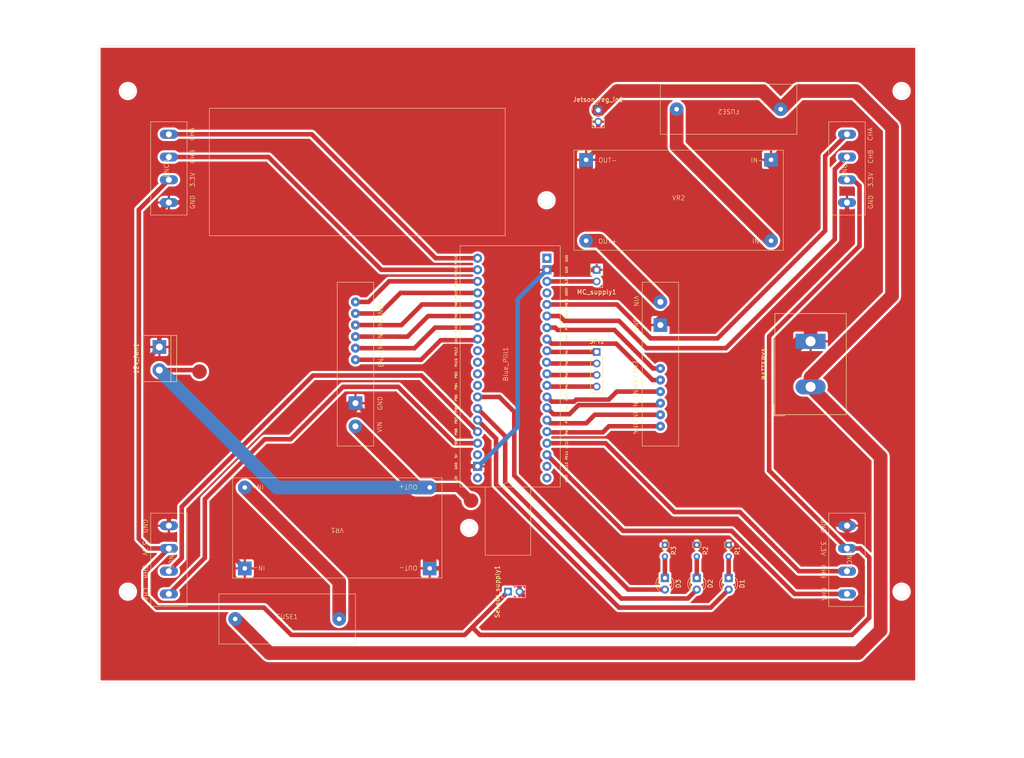
<source format=kicad_pcb>
(kicad_pcb (version 20240108) (generator "pcbnew") (generator_version "8.0")
  (layers (0 "F.Cu" signal) (31 "B.Cu" signal) (34 "B.Paste" user) (35 "F.Paste" user) (36 "B.SilkS" user "B.Silkscreen") (37 "F.SilkS" user "F.Silkscreen") (38 "B.Mask" user) (39 "F.Mask" user) (44 "Edge.Cuts" user))
  (net 0 "")
  (net 1 "GND")
  (net 2 "12V_FAN")
  (net 3 "25V")
  (net 4 "Net-(Blue_Pill1-PA1)")
  (net 5 "Net-(Blue_Pill1-PA0)")
  (net 6 "/NSS")
  (net 7 "/MISO")
  (net 9 "Net-(Blue_Pill1-PB1)")
  (net 10 "Net-(Blue_Pill1-PB13)")
  (net 11 "Net-(Blue_Pill1-PA9)")
  (net 12 "Net-(Blue_Pill1-PB10)")
  (net 14 "/SCK")
  (net 17 "Net-(Blue_Pill1-PB12)")
  (net 18 "Net-(Blue_Pill1-PB8)")
  (net 19 "Net-(Blue_Pill1-PC14)")
  (net 20 "Net-(Blue_Pill1-PA3)")
  (net 22 "Net-(Blue_Pill1-PB14)")
  (net 24 "Net-(Blue_Pill1-PB0)")
  (net 25 "Net-(Blue_Pill1-PA2)")
  (net 27 "Net-(Blue_Pill1-PA8)")
  (net 28 "Net-(Blue_Pill1-PB9)")
  (net 29 "Net-(Blue_Pill1-PC15)")
  (net 30 "Net-(Blue_Pill1-PB15)")
  (net 31 "Net-(Blue_Pill1-PA11)")
  (net 32 "/MOSI")
  (net 34 "Net-(Blue_Pill1-PB11)")
  (net 36 "Blue_Pill3.3V")
  (net 37 "Net-(Blue_Pill1-PA10)")
  (net 38 "Back_Driver_12VIN")
  (net 39 "3.3V_Sensors")
  (net 40 "Net-(VR1-IN+)")
  (net 41 "Net-(VR2-IN+)")
  (net 43 "LED2")
  (net 44 "LED3")
  (net 45 "LED1")
  (net 46 "Net-(D1-K)")
  (net 47 "Net-(D2-K)")
  (net 48 "Net-(D3-K)")
  (footprint "Connector_PinHeader_2.54mm:PinHeader_1x02_P2.54mm_Vertical" (layer "F.Cu") (at 168.35 49.2)
    (property "Reference" "Jetson_reg_in1" (at 0 -2.33 0) (layer "F.SilkS"))
    (property "Value" "Screw_Terminal_01x02")
    (pad "1" thru_hole rect (at 0 0) (size 1.7 1.7) (drill 1) (layers "*.Cu" "*.Mask") (net 3 "25V"))
    (pad "2" thru_hole oval (at 0 2.54) (size 1.7 1.7) (drill 1) (layers "*.Cu" "*.Mask") (net 1 "GND"))
  )
  (footprint "M4_PCB:Fuse_Holder" (layer "F.Cu") (at 100 161)
    (property "Reference" "FUSE1" (at 0 -0.5 0) (layer "F.SilkS") (effects (font (thickness 0.1))))
    (property "Value" "~")
    (pad "1" thru_hole circle (at 11.43 0) (size 3 3) (drill 1) (layers "*.Cu" "*.Mask") (net 40 "Net-(VR1-IN+)"))
    (pad "2" thru_hole circle (at -11.43 0) (size 3 3) (drill 1) (layers "*.Cu" "*.Mask") (net 3 "25V"))
  )
  (footprint "Resistor_THT:R_Axial_DIN0204_L3.6mm_D1.6mm_P2.54mm_Vertical" (layer "F.Cu") (at 183 144.73 -90)
    (property "Reference" "R3" (at 1.27 -1.92 90) (layer "F.SilkS"))
    (property "Value" "R")
    (pad "1" thru_hole circle (at 0 0 270) (size 1.4 1.4) (drill 0.7) (layers "*.Cu" "*.Mask") (net 1 "GND"))
    (pad "2" thru_hole oval (at 2.54 0 270) (size 1.4 1.4) (drill 0.7) (layers "*.Cu" "*.Mask") (net 48 "Net-(D3-K)"))
  )
  (footprint "Resistor_THT:R_Axial_DIN0204_L3.6mm_D1.6mm_P2.54mm_Vertical" (layer "F.Cu") (at 190 144.73 -90)
    (property "Reference" "R2" (at 1.27 -1.92 90) (layer "F.SilkS"))
    (property "Value" "R")
    (pad "1" thru_hole circle (at 0 0 270) (size 1.4 1.4) (drill 0.7) (layers "*.Cu" "*.Mask") (net 1 "GND"))
    (pad "2" thru_hole oval (at 2.54 0 270) (size 1.4 1.4) (drill 0.7) (layers "*.Cu" "*.Mask") (net 47 "Net-(D2-K)"))
  )
  (footprint "TerminalBlock:TerminalBlock_bornier-2_P5.08mm" (layer "F.Cu") (at 71.91 106.32 90)
    (property "Reference" "12v_fan1" (at 2.54 -5.08 -90) (layer "F.SilkS"))
    (property "Value" "Screw_Terminal_01x02")
    (pad "1" thru_hole circle (at 0 0 90) (size 3 3) (drill 1.52) (layers "*.Cu" "*.Mask") (net 2 "12V_FAN"))
    (pad "2" thru_hole rect (at 5.08 0 90) (size 3 3) (drill 1.52) (layers "*.Cu" "*.Mask") (net 1 "GND"))
  )
  (footprint "M4_PCB:Encoder" (layer "F.Cu") (at 74 62 90)
    (property "Reference" "ENC3" (at 0 -0.5 90) (layer "F.SilkS") (effects (font (thickness 0.1))))
    (property "Value" "~")
    (fp_text user "CHB" (at 1 5.8 90) (layer "F.SilkS") (effects (font (thickness 0.1)) (justify left bottom)))
    (fp_text user "3.3V" (at -4.2 5.8 90) (layer "F.SilkS") (effects (font (thickness 0.1)) (justify left bottom)))
    (fp_text user "GND" (at -9 5.8 90) (layer "F.SilkS") (effects (font (thickness 0.1)) (justify left bottom)))
    (fp_text user "CHA" (at 6 5.7 90) (layer "F.SilkS") (effects (font (thickness 0.1)) (justify left bottom)))
    (pad "1" thru_hole oval (at 7.5 0 90) (size 1.98 3.96) (drill 1.32) (layers "*.Cu" "*.Mask") (net 17 "Net-(Blue_Pill1-PB12)"))
    (pad "2" thru_hole oval (at 2.5 0 90) (size 1.98 3.96) (drill 1.32) (layers "*.Cu" "*.Mask") (net 10 "Net-(Blue_Pill1-PB13)"))
    (pad "3" thru_hole oval (at -2.5 0 90) (size 1.96 3.96) (drill 1.32) (layers "*.Cu" "*.Mask") (net 39 "3.3V_Sensors"))
    (pad "4" thru_hole oval (at -7.5 0 90) (size 1.98 3.96) (drill 1.32) (layers "*.Cu" "*.Mask") (net 1 "GND"))
  )
  (footprint "Connector_PinHeader_2.54mm:PinHeader_1x02_P2.54mm_Vertical" (layer "F.Cu") (at 168 86.83 180)
    (property "Reference" "MC_supply1" (at 0 -2.33 180) (layer "F.SilkS"))
    (property "Value" "Screw_Terminal_01x02")
    (pad "1" thru_hole circle (at 0 0 180) (size 1.7 1.7) (drill 1) (layers "*.Cu" "*.Mask") (net 36 "Blue_Pill3.3V"))
    (pad "2" thru_hole rect (at 0 2.54 180) (size 1.7 1.7) (drill 1) (layers "*.Cu" "*.Mask") (net 1 "GND"))
  )
  (footprint "TerminalBlock_Dinkle:TerminalBlock_Dinkle_DT-55-B01X-02_P10.00mm" (layer "F.Cu") (at 215 110 90)
    (property "Reference" "BATTERY1" (at 5.08 -10.16 -90) (layer "F.SilkS"))
    (property "Value" "~")
    (pad "1" thru_hole oval (at 0 0 90) (size 3.3 6.6) (drill 2.2) (layers "*.Cu" "*.Mask") (net 3 "25V"))
    (pad "2" thru_hole rect (at 10 0 90) (size 3.3 6.6) (drill 2.2) (layers "*.Cu" "*.Mask") (net 1 "GND"))
  )
  (footprint "M4_PCB:LM2596HVS" (layer "F.Cu") (at 186 69)
    (property "Reference" "VR2" (at 0 -0.5 0) (layer "F.SilkS") (effects (font (thickness 0.1))))
    (property "Value" "~")
    (fp_text user "IN+" (at 16.1 9.6 0) (layer "F.SilkS") (effects (font (thickness 0.1)) (justify left bottom)))
    (fp_text user "OUT-" (at -17.7 -8.2 0) (layer "F.SilkS") (effects (font (thickness 0.1)) (justify left bottom)))
    (fp_text user "IN-" (at 15.8 -8.2 0) (layer "F.SilkS") (effects (font (thickness 0.1)) (justify left bottom)))
    (fp_text user "OUT+" (at -17.7 9.6 0) (layer "F.SilkS") (effects (font (thickness 0.1)) (justify left bottom)))
    (pad "1" thru_hole circle (at 20.32 8.89) (size 3 3) (drill 1) (layers "*.Cu" "*.Mask") (net 41 "Net-(VR2-IN+)"))
    (pad "2" thru_hole rect (at 20.32 -8.89) (size 3 3) (drill 1) (layers "*.Cu" "*.Mask") (net 1 "GND"))
    (pad "3" thru_hole circle (at -20.32 8.89) (size 3 3) (drill 1) (layers "*.Cu" "*.Mask") (net 38 "Back_Driver_12VIN"))
    (pad "4" thru_hole rect (at -20.32 -8.89) (size 3 3) (drill 1) (layers "*.Cu" "*.Mask") (net 1 "GND"))
  )
  (footprint "Resistor_THT:R_Axial_DIN0204_L3.6mm_D1.6mm_P2.54mm_Vertical" (layer "F.Cu") (at 197 144.73 -90)
    (property "Reference" "R1" (at 1.27 -1.92 90) (layer "F.SilkS"))
    (property "Value" "R")
    (pad "1" thru_hole circle (at 0 0 270) (size 1.4 1.4) (drill 0.7) (layers "*.Cu" "*.Mask") (net 1 "GND"))
    (pad "2" thru_hole oval (at 2.54 0 270) (size 1.4 1.4) (drill 0.7) (layers "*.Cu" "*.Mask") (net 46 "Net-(D1-K)"))
  )
  (footprint "M4_PCB:Encoder" (layer "F.Cu") (at 74 148 -90)
    (property "Reference" "ENC4" (at 0 -0.5 -90) (layer "F.SilkS") (effects (font (thickness 0.1))))
    (property "Value" "~")
    (fp_text user "CHA" (at 6 5.7 -90) (layer "F.SilkS") (effects (font (thickness 0.1)) (justify left bottom)))
    (fp_text user "CHB" (at 1 5.8 -90) (layer "F.SilkS") (effects (font (thickness 0.1)) (justify left bottom)))
    (fp_text user "GND" (at -9 5.8 -90) (layer "F.SilkS") (effects (font (thickness 0.1)) (justify left bottom)))
    (fp_text user "3.3V" (at -4.2 5.8 -90) (layer "F.SilkS") (effects (font (thickness 0.1)) (justify left bottom)))
    (pad "1" thru_hole oval (at 7.5 0 270) (size 1.98 3.96) (drill 1.32) (layers "*.Cu" "*.Mask") (net 28 "Net-(Blue_Pill1-PB9)"))
    (pad "2" thru_hole oval (at 2.5 0 270) (size 1.98 3.96) (drill 1.32) (layers "*.Cu" "*.Mask") (net 18 "Net-(Blue_Pill1-PB8)"))
    (pad "3" thru_hole oval (at -2.5 0 270) (size 1.96 3.96) (drill 1.32) (layers "*.Cu" "*.Mask") (net 39 "3.3V_Sensors"))
    (pad "4" thru_hole oval (at -7.5 0 270) (size 1.98 3.96) (drill 1.32) (layers "*.Cu" "*.Mask") (net 1 "GND"))
  )
  (footprint "M4_PCB:Encoder" (layer "F.Cu") (at 223 62 90)
    (property "Reference" "ENC1" (at 0 -0.5 90) (layer "F.SilkS") (effects (font (thickness 0.1))))
    (property "Value" "~")
    (fp_text user "GND" (at -9 5.8 90) (layer "F.SilkS") (effects (font (thickness 0.1)) (justify left bottom)))
    (fp_text user "CHB" (at 1 5.8 90) (layer "F.SilkS") (effects (font (thickness 0.1)) (justify left bottom)))
    (fp_text user "CHA" (at 6 5.7 90) (layer "F.SilkS") (effects (font (thickness 0.1)) (justify left bottom)))
    (fp_text user "3.3V" (at -4.2 5.8 90) (layer "F.SilkS") (effects (font (thickness 0.1)) (justify left bottom)))
    (pad "1" thru_hole oval (at 7.5 0 90) (size 1.98 3.96) (drill 1.32) (layers "*.Cu" "*.Mask") (net 34 "Net-(Blue_Pill1-PB11)"))
    (pad "2" thru_hole oval (at 2.5 0 90) (size 1.98 3.96) (drill 1.32) (layers "*.Cu" "*.Mask") (net 12 "Net-(Blue_Pill1-PB10)"))
    (pad "3" thru_hole oval (at -2.5 0 90) (size 1.96 3.96) (drill 1.32) (layers "*.Cu" "*.Mask") (net 39 "3.3V_Sensors"))
    (pad "4" thru_hole oval (at -7.5 0 90) (size 1.98 3.96) (drill 1.32) (layers "*.Cu" "*.Mask") (net 1 "GND"))
  )
  (footprint "M4_PCB:L298N" (layer "F.Cu") (at 115 105 90)
    (property "Reference" "DRIVER1" (hide yes))
    (property "Value" "~" (hide yes))
    (fp_text user "IN3" (at 10.4 6.1 90) (layer "F.SilkS") (effects (font (thickness 0.1)) (justify left bottom)))
    (fp_text user "IN1" (at 5.1 6.1 90) (layer "F.SilkS") (effects (font (thickness 0.1)) (justify left bottom)))
    (fp_text user "GND" (at -10.2 6 90) (layer "F.SilkS") (effects (font (thickness 0.1)) (justify left bottom)))
    (fp_text user "IN4" (at 12.9 6.1 90) (layer "F.SilkS") (effects (font (thickness 0.1)) (justify left bottom)))
    (fp_text user "ENB" (at 2.3 6.1 90) (layer "F.SilkS") (effects (font (thickness 0.1)) (justify left bottom)))
    (fp_text user "VIN" (at -15.1 5.9 90) (layer "F.SilkS") (effects (font (thickness 0.1)) (justify left bottom)))
    (fp_text user "IN2" (at 7.8 6.1 90) (layer "F.SilkS") (effects (font (thickness 0.1)) (justify left bottom)))
    (fp_text user "ENA" (at -0.8 6.2 90) (layer "F.SilkS") (effects (font (thickness 0.1)) (justify left bottom)))
    (pad "1" thru_hole circle (at -13.66 0 90) (size 3 3) (drill 1.32) (layers "*.Cu" "*.Mask") (net 2 "12V_FAN"))
    (pad "2" thru_hole rect (at -8.58 0 90) (size 3 3) (drill 1.32) (layers "*.Cu" "*.Mask") (net 1 "GND"))
    (pad "4" thru_hole circle (at 0.96 0 90) (size 2 2) (drill 0.762) (layers "*.Cu" "*.Mask") (net 31 "Net-(Blue_Pill1-PA11)"))
    (pad "5" thru_hole circle (at 6.04 0 90) (size 2 2) (drill 0.762) (layers "*.Cu" "*.Mask") (net 11 "Net-(Blue_Pill1-PA9)"))
    (pad "6" thru_hole circle (at 8.58 0 90) (size 2 2) (drill 0.762) (layers "*.Cu" "*.Mask") (net 27 "Net-(Blue_Pill1-PA8)"))
    (pad "7" thru_hole circle (at 11.12 0 90) (size 2 2) (drill 0.762) (layers "*.Cu" "*.Mask") (net 30 "Net-(Blue_Pill1-PB15)"))
    (pad "8" thru_hole circle (at 13.66 0 90) (size 2 2) (drill 0.762) (layers "*.Cu" "*.Mask") (net 22 "Net-(Blue_Pill1-PB14)"))
    (pad "9" thru_hole circle (at 3.5 0 90) (size 2 2) (drill 0.762) (layers "*.Cu" "*.Mask") (net 37 "Net-(Blue_Pill1-PA10)"))
  )
  (footprint "M4_PCB:LM2596HVS" (layer "F.Cu") (at 111 141 180)
    (property "Reference" "VR1" (at 0 -0.5 180) (layer "F.SilkS") (effects (font (thickness 0.1))))
    (property "Value" "~")
    (fp_text user "IN+" (at 16.1 9.6 180) (layer "F.SilkS") (effects (font (thickness 0.1)) (justify left bottom)))
    (fp_text user "OUT+" (at -17.7 9.6 180) (layer "F.SilkS") (effects (font (thickness 0.1)) (justify left bottom)))
    (fp_text user "IN-" (at 15.8 -8.2 180) (layer "F.SilkS") (effects (font (thickness 0.1)) (justify left bottom)))
    (fp_text user "OUT-" (at -17.7 -8.2 180) (layer "F.SilkS") (effects (font (thickness 0.1)) (justify left bottom)))
    (pad "1" thru_hole circle (at 20.32 8.89 180) (size 3 3) (drill 1) (layers "*.Cu" "*.Mask") (net 40 "Net-(VR1-IN+)"))
    (pad "2" thru_hole rect (at 20.32 -8.89 180) (size 3 3) (drill 1) (layers "*.Cu" "*.Mask") (net 1 "GND"))
    (pad "3" thru_hole circle (at -20.32 8.89 180) (size 3 3) (drill 1) (layers "*.Cu" "*.Mask") (net 2 "12V_FAN"))
    (pad "4" thru_hole rect (at -20.32 -8.89 180) (size 3 3) (drill 1) (layers "*.Cu" "*.Mask") (net 1 "GND"))
  )
  (footprint "M4_PCB:Encoder" (layer "F.Cu") (at 223 148 -90)
    (property "Reference" "ENC2" (at 0 -0.5 -90) (layer "F.SilkS") (effects (font (thickness 0.1))))
    (property "Value" "~")
    (fp_text user "GND" (at -9 5.8 -90) (layer "F.SilkS") (effects (font (thickness 0.1)) (justify left bottom)))
    (fp_text user "CHA" (at 6 5.7 -90) (layer "F.SilkS") (effects (font (thickness 0.1)) (justify left bottom)))
    (fp_text user "3.3V" (at -4.2 5.8 -90) (layer "F.SilkS") (effects (font (thickness 0.1)) (justify left bottom)))
    (fp_text user "CHB" (at 1 5.8 -90) (layer "F.SilkS") (effects (font (thickness 0.1)) (justify left bottom)))
    (pad "1" thru_hole oval (at 7.5 0 270) (size 1.98 3.96) (drill 1.32) (layers "*.Cu" "*.Mask") (net 19 "Net-(Blue_Pill1-PC14)"))
    (pad "2" thru_hole oval (at 2.5 0 270) (size 1.98 3.96) (drill 1.32) (layers "*.Cu" "*.Mask") (net 29 "Net-(Blue_Pill1-PC15)"))
    (pad "3" thru_hole oval (at -2.5 0 270) (size 1.96 3.96) (drill 1.32) (layers "*.Cu" "*.Mask") (net 39 "3.3V_Sensors"))
    (pad "4" thru_hole oval (at -7.5 0 270) (size 1.98 3.96) (drill 1.32) (layers "*.Cu" "*.Mask") (net 1 "GND"))
  )
  (footprint "LED_THT:LED_D3.0mm" (layer "F.Cu") (at 183 152 -90)
    (property "Reference" "D3" (at 1.27 -2.96 90) (layer "F.SilkS"))
    (property "Value" "LED")
    (pad "1" thru_hole rect (at 0 0 270) (size 1.8 1.8) (drill 0.9) (layers "*.Cu" "*.Mask") (net 48 "Net-(D3-K)"))
    (pad "2" thru_hole circle (at 2.54 0 270) (size 1.8 1.8) (drill 0.9) (layers "*.Cu" "*.Mask") (net 44 "LED3"))
  )
  (footprint "LED_THT:LED_D3.0mm" (layer "F.Cu") (at 197 152 -90)
    (property "Reference" "D1" (at 1.27 -2.96 90) (layer "F.SilkS"))
    (property "Value" "LED")
    (pad "1" thru_hole rect (at 0 0 270) (size 1.8 1.8) (drill 0.9) (layers "*.Cu" "*.Mask") (net 46 "Net-(D1-K)"))
    (pad "2" thru_hole circle (at 2.54 0 270) (size 1.8 1.8) (drill 0.9) (layers "*.Cu" "*.Mask") (net 45 "LED1"))
  )
  (footprint "LED_THT:LED_D3.0mm" (layer "F.Cu") (at 190 152 -90)
    (property "Reference" "D2" (at 1.27 -2.96 90) (layer "F.SilkS"))
    (property "Value" "LED")
    (pad "1" thru_hole rect (at 0 0 270) (size 1.8 1.8) (drill 0.9) (layers "*.Cu" "*.Mask") (net 47 "Net-(D2-K)"))
    (pad "2" thru_hole circle (at 2.54 0 270) (size 1.8 1.8) (drill 0.9) (layers "*.Cu" "*.Mask") (net 43 "LED2"))
  )
  (footprint "Connector_PinHeader_2.54mm:PinHeader_1x02_P2.54mm_Vertical" (layer "F.Cu") (at 148.5 155 90)
    (property "Reference" "Sensor_supply1" (at 0 -2.33 -90) (layer "F.SilkS"))
    (property "Value" "Screw_Terminal_01x02")
    (pad "1" thru_hole rect (at 0 0 90) (size 1.7 1.7) (drill 1) (layers "*.Cu" "*.Mask") (net 39 "3.3V_Sensors"))
    (pad "2" thru_hole oval (at 0 2.54 90) (size 1.7 1.7) (drill 1) (layers "*.Cu" "*.Mask") (net 1 "GND"))
  )
  (footprint "M4_PCB:Fuse_Holder" (layer "F.Cu") (at 197 49 180)
    (property "Reference" "FUSE2" (at 0 -0.5 180) (layer "F.SilkS") (effects (font (thickness 0.1))))
    (property "Value" "~")
    (pad "1" thru_hole circle (at 11.43 0 180) (size 3 3) (drill 1) (layers "*.Cu" "*.Mask") (net 41 "Net-(VR2-IN+)"))
    (pad "2" thru_hole circle (at -11.43 0 180) (size 3 3) (drill 1) (layers "*.Cu" "*.Mask") (net 3 "25V"))
  )
  (footprint "Connector_PinHeader_2.54mm:PinHeader_1x04_P2.54mm_Vertical" (layer "F.Cu") (at 168 102.32)
    (property "Reference" "SPI1" (at 0 -2.33 0) (layer "F.SilkS"))
    (property "Value" "Screw_Terminal_01x04")
    (pad "1" thru_hole rect (at 0 0) (size 1.7 1.7) (drill 1) (layers "*.Cu" "*.Mask") (net 32 "/MOSI"))
    (pad "2" thru_hole oval (at 0 2.54) (size 1.7 1.7) (drill 1) (layers "*.Cu" "*.Mask") (net 7 "/MISO"))
    (pad "3" thru_hole oval (at 0 5.08) (size 1.7 1.7) (drill 1) (layers "*.Cu" "*.Mask") (net 14 "/SCK"))
    (pad "4" thru_hole oval (at 0 7.62) (size 1.7 1.7) (drill 1) (layers "*.Cu" "*.Mask") (net 6 "/NSS"))
  )
  (footprint "M4_PCB:L298N" (layer "F.Cu") (at 182 105 -90)
    (property "Reference" "DRIVER2" (hide yes))
    (property "Value" "~" (hide yes))
    (fp_text user "GND" (at -10.2 6 -90) (layer "F.SilkS") (effects (font (thickness 0.1)) (justify left bottom)))
    (fp_text user "ENB" (at 2.3 6.1 -90) (layer "F.SilkS") (effects (font (thickness 0.1)) (justify left bottom)))
    (fp_text user "ENA" (at -0.8 6.2 -90) (layer "F.SilkS") (effects (font (thickness 0.1)) (justify left bottom)))
    (fp_text user "IN2" (at 7.8 6.1 -90) (layer "F.SilkS") (effects (font (thickness 0.1)) (justify left bottom)))
    (fp_text user "IN3" (at 10.4 6.1 -90) (layer "F.SilkS") (effects (font (thickness 0.1)) (justify left bottom)))
    (fp_text user "IN1" (at 5.1 6.1 -90) (layer "F.SilkS") (effects (font (thickness 0.1)) (justify left bottom)))
    (fp_text user "IN4" (at 12.9 6.1 -90) (layer "F.SilkS") (effects (font (thickness 0.1)) (justify left bottom)))
    (fp_text user "VIN" (at -15.1 5.9 -90) (layer "F.SilkS") (effects (font (thickness 0.1)) (justify left bottom)))
    (pad "1" thru_hole circle (at -13.66 0 270) (size 3 3) (drill 1.32) (layers "*.Cu" "*.Mask") (net 38 "Back_Driver_12VIN"))
    (pad "2" thru_hole rect (at -8.58 0 270) (size 3 3) (drill 1.32) (layers "*.Cu" "*.Mask") (net 1 "GND"))
    (pad "4" thru_hole circle (at 0.96 0 270) (size 2 2) (drill 0.762) (layers "*.Cu" "*.Mask") (net 9 "Net-(Blue_Pill1-PB1)"))
    (pad "5" thru_hole circle (at 6.04 0 270) (size 2 2) (drill 0.762) (layers "*.Cu" "*.Mask") (net 20 "Net-(Blue_Pill1-PA3)"))
    (pad "6" thru_hole circle (at 8.58 0 270) (size 2 2) (drill 0.762) (layers "*.Cu" "*.Mask") (net 25 "Net-(Blue_Pill1-PA2)"))
    (pad "7" thru_hole circle (at 11.12 0 270) (size 2 2) (drill 0.762) (layers "*.Cu" "*.Mask") (net 4 "Net-(Blue_Pill1-PA1)"))
    (pad "8" thru_hole circle (at 13.66 0 270) (size 2 2) (drill 0.762) (layers "*.Cu" "*.Mask") (net 5 "Net-(Blue_Pill1-PA0)"))
    (pad "9" thru_hole circle (at 3.5 0 270) (size 2 2) (drill 0.762) (layers "*.Cu" "*.Mask") (net 24 "Net-(Blue_Pill1-PB0)"))
  )
  (footprint "M4_PCB:blue_pill" (layer "F.Cu") (at 148.5 105 90)
    (property "Reference" "Blue_Pill1" (at 0 -0.5 90) (layer "F.SilkS") (effects (font (thickness 0.1))))
    (property "Value" "~")
    (fp_text user "PB6" (at -10.7 -11.1 90) (layer "F.SilkS") (effects (font (size 0.5 0.5) (thickness 0.1)) (justify left bottom)))
    (fp_text user "PC15" (at -18.6 13.2 90) (layer "F.SilkS") (effects (font (size 0.5 0.5) (thickness 0.1)) (justify left bottom)))
    (fp_text user "VBAT" (at -26.1 13.2 90) (layer "F.SilkS") (effects (font (size 0.5 0.5) (thickness 0.1)) (justify left bottom)))
    (fp_text user "PA9" (at 9.8 -11.1 90) (layer "F.SilkS") (effects (font (size 0.5 0.5) (thickness 0.1)) (justify left bottom)))
    (fp_text user "PA12" (at 1.8 -11.1 90) (layer "F.SilkS") (effects (font (size 0.5 0.5) (thickness 0.1)) (justify left bottom)))
    (fp_text user "PA8" (at 12.3 -11.1 90) (layer "F.SilkS") (effects (font (size 0.5 0.5) (thickness 0.1)) (justify left bottom)))
    (fp_text user "PB9" (at -18.2 -11.1 90) (layer "F.SilkS") (effects (font (size 0.5 0.5) (thickness 0.1)) (justify left bottom)))
    (fp_text user "PA2" (at -10.6 13.2 90) (layer "F.SilkS") (effects (font (size 0.5 0.5) (thickness 0.1)) (justify left bottom)))
    (fp_text user "PB1" (at 7.4 13.2 90) (layer "F.SilkS") (effects (font (size 0.5 0.5) (thickness 0.1)) (justify left bottom)))
    (fp_text user "PB11" (at 12.4 13.2 90) (layer "F.SilkS") (effects (font (size 0.5 0.5) (thickness 0.1)) (justify left bottom)))
    (fp_text user "PA6" (at -0.6 13.2 90) (layer "F.SilkS") (effects (font (size 0.5 0.5) (thickness 0.1)) (justify left bottom)))
    (fp_text user "PB5" (at -8.2 -11.1 90) (layer "F.SilkS") (effects (font (size 0.5 0.5) (thickness 0.1)) (justify left bottom)))
    (fp_text user "PB3" (at -3.2 -11.1 90) (layer "F.SilkS") (effects (font (size 0.5 0.5) (thickness 0.1)) (justify left bottom)))
    (fp_text user "PA1" (at -13.1 13.2 90) (layer "F.SilkS") (effects (font (size 0.5 0.5) (thickness 0.1)) (justify left bottom)))
    (fp_text user "PA0" (at -15.6 13.2 90) (layer "F.SilkS") (effects (font (size 0.5 0.5) (thickness 0.1)) (justify left bottom)))
    (fp_text user "PA11" (at 4.3 -11.1 90) (layer "F.SilkS") (effects (font (size 0.5 0.5) (thickness 0.1)) (justify left bottom)))
    (fp_text user "PB15" (at 14.3 -11.1 90) (layer "F.SilkS") (effects (font (size 0.5 0.5) (thickness 0.1)) (justify left bottom)))
    (fp_text user "5V" (at -20.7 -11.1 90) (layer "F.SilkS") (effects (font (size 0.5 0.5) (thickness 0.1)) (justify left bottom)))
    (fp_text user "GND" (at 22.4 13.2 90) (layer "F.SilkS") (effects (font (size 0.5 0.5) (thickness 0.1)) (justify left bottom)))
    (fp_text user "GND" (at 19.9 13.2 90) (layer "F.SilkS") (effects (font (size 0.5 0.5) (thickness 0.1)) (justify left bottom)))
    (fp_text user "PB4" (at -5.7 -11.1 90) (layer "F.SilkS") (effects (font (size 0.5 0.5) (thickness 0.1)) (justify left bottom)))
    (fp_text user "PB8" (at -15.7 -11.1 90) (layer "F.SilkS") (effects (font (size 0.5 0.5) (thickness 0.1)) (justify left bottom)))
    (fp_text user "PB12" (at 21.8 -11.1 90) (layer "F.SilkS") (effects (font (size 0.5 0.5) (thickness 0.1)) (justify left bottom)))
    (fp_text user "PA7" (at 1.9 13.2 90) (layer "F.SilkS") (effects (font (size 0.5 0.5) (thickness 0.1)) (justify left bottom)))
    (fp_text user "PA3" (at -8.1 13.2 90) (layer "F.SilkS") (effects (font (size 0.5 0.5) (thickness 0.1)) (justify left bottom)))
    (fp_text user "PA4" (at -5.6 13.2 90) (layer "F.SilkS") (effects (font (size 0.5 0.5) (thickness 0.1)) (justify left bottom)))
    (fp_text user "PA5" (at -3.1 13.2 90) (layer "F.SilkS") (effects (font (size 0.5 0.5) (thickness 0.1)) (justify left bottom)))
    (fp_text user "3.3V" (at -26.2 -11.1 90) (layer "F.SilkS") (effects (font (size 0.5 0.5) (thickness 0.1)) (justify left bottom)))
    (fp_text user "PB0" (at 4.9 13.2 90) (layer "F.SilkS") (effects (font (size 0.5 0.5) (thickness 0.1)) (justify left bottom)))
    (fp_text user "PB10" (at 9.9 13.2 90) (layer "F.SilkS") (effects (font (size 0.5 0.5) (thickness 0.1)) (justify left bottom)))
    (fp_text user "PC14" (at -21.1 13.2 90) (layer "F.SilkS") (effects (font (size 0.5 0.5) (thickness 0.1)) (justify left bottom)))
    (fp_text user "PB14" (at 16.8 -11.1 90) (layer "F.SilkS") (effects (font (size 0.5 0.5) (thickness 0.1)) (justify left bottom)))
    (fp_text user "PA10" (at 6.8 -11.1 90) (layer "F.SilkS") (effects (font (size 0.5 0.5) (thickness 0.1)) (justify left bottom)))
    (fp_text user "PB7" (at -13.2 -11.1 90) (layer "F.SilkS") (effects (font (size 0.5 0.5) (thickness 0.1)) (justify left bottom)))
    (fp_text user "PB13" (at 19.3 -11.1 90) (layer "F.SilkS") (effects (font (size 0.5 0.5) (thickness 0.1)) (justify left bottom)))
    (fp_text user "GND" (at -23.2 -11.1 90) (layer "F.SilkS") (effects (font (size 0.5 0.5) (thickness 0.1)) (justify left bottom)))
    (fp_text user "3.3V" (at 17.4 13.2 90) (layer "F.SilkS") (effects (font (size 0.5 0.5) (thickness 0.1)) (justify left bottom)))
    (fp_text user "NRST" (at 14.9 13.2 90) (layer "F.SilkS") (effects (font (size 0.5 0.5) (thickness 0.1)) (justify left bottom)))
    (fp_text user "PA15" (at -0.7 -11.1 90) (layer "F.SilkS") (effects (font (size 0.5 0.5) (thickness 0.1)) (justify left bottom)))
    (fp_text user "PC13" (at -23.6 13.2 90) (layer "F.SilkS") (effects (font (size 0.5 0.5) (thickness 0.1)) (justify left bottom)))
    (pad "1" thru_hole circle (at -25 8.57 90) (size 2 2) (drill 1) (layers "*.Cu" "*.Mask"))
    (pad "2" thru_hole circle (at -22.46 8.57 90) (size 2 2) (drill 1) (layers "*.Cu" "*.Mask"))
    (pad "3" thru_hole circle (at -19.92 8.57 90) (size 2 2) (drill 1) (layers "*.Cu" "*.Mask") (net 19 "Net-(Blue_Pill1-PC14)"))
    (pad "4" thru_hole circle (at -17.38 8.57 90) (size 2 2) (drill 1) (layers "*.Cu" "*.Mask") (net 29 "Net-(Blue_Pill1-PC15)"))
    (pad "5" thru_hole circle (at -14.84 8.57 90) (size 2 2) (drill 1) (layers "*.Cu" "*.Mask") (net 5 "Net-(Blue_Pill1-PA0)"))
    (pad "6" thru_hole circle (at -12.3 8.57 90) (size 2 2) (drill 1) (layers "*.Cu" "*.Mask") (net 4 "Net-(Blue_Pill1-PA1)"))
    (pad "7" thru_hole circle (at -9.6 8.57 90) (size 2 2) (drill 1) (layers "*.Cu" "*.Mask") (net 25 "Net-(Blue_Pill1-PA2)"))
    (pad "8" thru_hole circle (at -7.22 8.57 90) (size 2 2) (drill 1) (layers "*.Cu" "*.Mask") (net 20 "Net-(Blue_Pill1-PA3)"))
    (pad "9" thru_hole circle (at -4.68 8.57 90) (size 2 2) (drill 1) (layers "*.Cu" "*.Mask") (net 6 "/NSS"))
    (pad "10" thru_hole circle (at -2.14 8.57 90) (size 2 2) (drill 1) (layers "*.Cu" "*.Mask") (net 14 "/SCK"))
    (pad "11" thru_hole circle (at 0.4 8.5 90) (size 2 2) (drill 1) (layers "*.Cu" "*.Mask") (net 7 "/MISO"))
    (pad "12" thru_hole circle (at 2.94 8.57 90) (size 2 2) (drill 1) (layers "*.Cu" "*.Mask") (net 32 "/MOSI"))
    (pad "13" thru_hole circle (at 5.48 8.57 90) (size 2 2) (drill 1) (layers "*.Cu" "*.Mask") (net 24 "Net-(Blue_Pill1-PB0)"))
    (pad "14" thru_hole circle (at 8.02 8.57 90) (size 2 2) (drill 1) (layers "*.Cu" "*.Mask") (net 9 "Net-(Blue_Pill1-PB1)"))
    (pad "15" thru_hole circle (at 10.56 8.57 90) (size 2 2) (drill 1) (layers "*.Cu" "*.Mask") (net 12 "Net-(Blue_Pill1-PB10)"))
    (pad "16" thru_hole circle (at 13.1 8.57 90) (size 2 2) (drill 1) (layers "*.Cu" "*.Mask") (net 34 "Net-(Blue_Pill1-PB11)"))
    (pad "17" thru_hole circle (at 15.64 8.57 90) (size 2 2) (drill 1) (layers "*.Cu" "*.Mask"))
    (pad "18" thru_hole circle (at 18.18 8.57 90) (size 2 2) (drill 1) (layers "*.Cu" "*.Mask") (net 36 "Blue_Pill3.3V"))
    (pad "19" thru_hole rect (at 20.72 8.57 90) (size 2 2) (drill 1) (layers "*.Cu" "*.Mask") (net 1 "GND"))
    (pad "20" thru_hole rect (at 23.26 8.57 90) (size 2 2) (drill 1) (layers "*.Cu" "*.Mask"))
    (pad "21" thru_hole circle (at 23.26 -6.67 90) (size 2 2) (drill 1) (layers "*.Cu" "*.Mask") (net 17 "Net-(Blue_Pill1-PB12)"))
    (pad "22" thru_hole circle (at 20.72 -6.67 90) (size 2 2) (drill 1) (layers "*.Cu" "*.Mask") (net 10 "Net-(Blue_Pill1-PB13)"))
    (pad "23" thru_hole circle (at 18.18 -6.67 90) (size 2 2) (drill 1) (layers "*.Cu" "*.Mask") (net 22 "Net-(Blue_Pill1-PB14)"))
    (pad "24" thru_hole circle (at 15.64 -6.67 90) (size 2 2) (drill 1) (layers "*.Cu" "*.Mask") (net 30 "Net-(Blue_Pill1-PB15)"))
    (pad "25" thru_hole circle (at 13.1 -6.67 90) (size 2 2) (drill 1) (layers "*.Cu" "*.Mask") (net 27 "Net-(Blue_Pill1-PA8)"))
    (pad "26" thru_hole circle (at 10.56 -6.67 90) (size 2 2) (drill 1) (layers "*.Cu" "*.Mask") (net 11 "Net-(Blue_Pill1-PA9)"))
    (pad "27" thru_hole circle (at 8.02 -6.67 90) (size 2 2) (drill 1) (layers "*.Cu" "*.Mask") (net 37 "Net-(Blue_Pill1-PA10)"))
    (pad "28" thru_hole circle (at 5.48 -6.67 90) (size 2 2) (drill 1) (layers "*.Cu" "*.Mask") (net 31 "Net-(Blue_Pill1-PA11)"))
    (pad "29" thru_hole circle (at 2.94 -6.67 90) (size 2 2) (drill 1) (layers "*.Cu" "*.Mask"))
    (pad "30" thru_hole circle (at 0.4 -6.67 90) (size 2 2) (drill 1) (layers "*.Cu" "*.Mask"))
    (pad "31" thru_hole circle (at -2.14 -6.67 90) (size 2 2) (drill 1) (layers "*.Cu" "*.Mask"))
    (pad "32" thru_hole circle (at -4.68 -6.67 90) (size 2 2) (drill 1) (layers "*.Cu" "*.Mask"))
    (pad "33" thru_hole circle (at -7.22 -6.67 90) (size 2 2) (drill 1) (layers "*.Cu" "*.Mask") (net 44 "LED3"))
    (pad "34" thru_hole circle (at -9.76 -6.67 90) (size 2 2) (drill 1) (layers "*.Cu" "*.Mask") (net 43 "LED2"))
    (pad "35" thru_hole circle (at -12.3 -6.67 90) (size 2 2) (drill 1) (layers "*.Cu" "*.Mask") (net 45 "LED1"))
    (pad "36" thru_hole circle (at -14.84 -6.67 90) (size 2 2) (drill 1) (layers "*.Cu" "*.Mask") (net 18 "Net-(Blue_Pill1-PB8)"))
    (pad "37" thru_hole circle (at -17.38 -6.67 90) (size 2 2) (drill 1) (layers "*.Cu" "*.Mask") (net 28 "Net-(Blue_Pill1-PB9)"))
    (pad "38" thru_hole circle (at -19.92 -6.67 90) (size 2 2) (drill 1) (layers "*.Cu" "*.Mask"))
    (pad "39" thru_hole rect (at -22.46 -6.67 90) (size 2 2) (drill 1) (layers "*.Cu" "*.Mask") (net 1 "GND"))
    (pad "40" thru_hole circle (at -25 -6.67 90) (size 2 2) (drill 1) (layers "*.Cu" "*.Mask"))
  )
  (gr_circle (center 80.74 106.65) (end 82.24 106.65) (stroke (width 0.2)) (fill solid) (layer "F.Cu") (net 2))
  (gr_circle (center 140.4 135) (end 141.9 135) (stroke (width 0.2)) (fill solid) (layer "F.Cu") (net 2))
  (gr_rect (start 82.9 48.79) (end 147.9 76.79) (stroke (width 0.1)) (fill none) (layer "F.SilkS"))
  (gr_circle (center 65 45) (end 66.5 45) (stroke (width 0.05)) (fill none) (layer "Edge.Cuts"))
  (gr_circle (center 140 141) (end 141.5 141) (stroke (width 0.05)) (fill none) (layer "Edge.Cuts"))
  (gr_circle (center 65 155) (end 66.5 155) (stroke (width 0.05)) (fill none) (layer "Edge.Cuts"))
  (gr_circle (center 235 45) (end 236.5 45) (stroke (width 0.05)) (fill none) (layer "Edge.Cuts"))
  (gr_circle (center 235 155) (end 236.5 155) (stroke (width 0.05)) (fill none) (layer "Edge.Cuts"))
  (gr_rect (start 58.5 35) (end 238.5 175) (stroke (width 0.05)) (fill none) (layer "Edge.Cuts"))
  (gr_circle (center 157 69) (end 158.5 69) (stroke (width 0.05)) (fill none) (layer "Edge.Cuts"))
  (segment (start 78.4 67.5) (end 76.4 69.5) (width 1) (layer "F.Cu") (net 1))
  (segment (start 86.888528 132.511472) (end 93.92 125.48) (width 1) (layer "F.Cu") (net 1))
  (segment (start 76.4 62) (end 78.4 64) (width 1) (layer "F.Cu") (net 1))
  (segment (start 197 144.73) (end 200.9 148.63) (width 1) (layer "F.Cu") (net 1))
  (segment (start 206.32 60.42) (end 211.77 65.87) (width 3) (layer "F.Cu") (net 1))
  (segment (start 72.4 62) (end 76.4 62) (width 1) (layer "F.Cu") (net 1))
  (segment (start 131.32 147.17) (end 108.75 124.6) (width 3) (layer "F.Cu") (net 1))
  (segment (start 160.3 81.91) (end 160.3 78.24) (width 1) (layer "F.Cu") (net 1))
  (segment (start 131.32 149.89) (end 131.32 147.17) (width 3) (layer "F.Cu") (net 1))
  (segment (start 223.9 50) (end 217.9 50) (width 3) (layer "F.Cu") (net 1))
  (segment (start 226.4 155.5) (end 220.9 161) (width 1) (layer "F.Cu") (net 1))
  (segment (start 183 144.73) (end 190 144.73) (width 1) (layer "F.Cu") (net 1))
  (segment (start 217.9 148) (end 224.9 148) (width 1) (layer "F.Cu") (net 1))
  (segment (start 217.9 50) (end 207.79 60.11) (width 3) (layer "F.Cu") (net 1))
  (segment (start 215 100) (end 212.83 100) (width 3) (layer "F.Cu") (net 1))
  (segment (start 215 96.3) (end 228.58 82.72) (width 3) (layer "F.Cu") (net 1))
  (segment (start 206.32 60.11) (end 206.32 60.42) (width 3) (layer "F.Cu") (net 1))
  (segment (start 220.9 161) (end 194.99 161) (width 1) (layer "F.Cu") (net 1))
  (segment (start 70.4 54) (end 70.4 60) (width 1) (layer "F.Cu") (net 1))
  (segment (start 211.77 65.87) (end 211.77 77.63) (width 3) (layer "F.Cu") (net 1))
  (segment (start 200.9 157.5) (end 197.4 161) (width 1) (layer "F.Cu") (net 1))
  (segment (start 211.77 77.63) (end 204.305 85.095) (width 3) (layer "F.Cu") (net 1))
  (segment (start 74 113.6) (end 74 140.5) (width 1) (layer "F.Cu") (net 1))
  (segment (start 169.26 69.28) (end 188.99 89.01) (width 3) (layer "F.Cu") (net 1))
  (segment (start 132.9 52) (end 72.4 52) (width 1) (layer "F.Cu") (net 1))
  (segment (start 165.68 65.7) (end 169.26 69.28) (width 3) (layer "F.Cu") (net 1))
  (segment (start 208.64 104.19) (end 208.64 126.14) (width 3) (layer "F.Cu") (net 1))
  (segment (start 165.68 60.11) (end 165.68 65.7) (width 3) (layer "F.Cu") (net 1))
  (segment (start 69.4 103.88) (end 69.4 109) (width 1) (layer "F.Cu") (net 1))
  (segment (start 160.3 78.24) (end 169.26 69.28) (width 1) (layer "F.Cu") (net 1))
  (segment (start 71.91 101.24) (end 71.91 101.37) (width 1) (layer "F.Cu") (net 1))
  (segment (start 228.58 82.72) (end 228.58 54.68) (width 3) (layer "F.Cu") (net 1))
  (segment (start 194.99 161) (end 157.04 161) (width 1) (layer "F.Cu") (net 1))
  (segment (start 90.68 149.89) (end 86.888528 146.098528) (width 1) (layer "F.Cu") (net 1))
  (segment (start 71.91 101.24) (end 71.91 71.59) (width 1) (layer "F.Cu") (net 1))
  (segment (start 71.91 101.37) (end 69.4 103.88) (width 1) (layer "F.Cu") (net 1))
  (segment (start 168.35 57.44) (end 165.68 60.11) (width 1) (layer "F.Cu") (net 1))
  (segment (start 228.58 54.68) (end 223.9 50) (width 3) (layer "F.Cu") (net 1))
  (segment (start 151.04 155) (end 151.04 153.797919) (width 1) (layer "F.Cu") (net 1))
  (segment (start 147.132081 149.89) (end 131.32 149.89) (width 1) (layer "F.Cu") (net 1))
  (segment (start 108.75 119.83) (end 115 113.58) (width 3) (layer "F.Cu") (net 1))
  (segment (start 226.4 149.5) (end 226.4 155.5) (width 1) (layer "F.Cu") (net 1))
  (segment (start 188.99 89.01) (end 182 96) (width 3) (layer "F.Cu") (net 1))
  (segment (start 208.64 126.14) (end 223 140.5) (width 3) (layer "F.Cu") (net 1))
  (segment (start 224.9 148) (end 226.4 149.5) (width 1) (layer "F.Cu") (net 1))
  (segment (start 197.4 161) (end 194.99 161) (width 1) (layer "F.Cu") (net 1))
  (segment (start 108.75 124.6) (end 108.75 119.83) (width 3) (layer "F.Cu") (net 1))
  (segment (start 128.88 127.46) (end 115 113.58) (width 1) (layer "F.Cu") (net 1))
  (segment (start 223 78.662944) (end 203.71 97.952944) (width 1) (layer "F.Cu") (net 1))
  (segment (start 93.92 125.48) (end 107.87 125.48) (width 1) (layer "F.Cu") (net 1))
  (segment (start 72.4 52) (end 70.4 54) (width 1) (layer "F.Cu") (net 1))
  (segment (start 168.35 51.74) (end 168.35 57.44) (width 1) (layer "F.Cu") (net 1))
  (segment (start 168 84.29) (end 157.08 84.29) (width 1) (layer "F.Cu") (net 1))
  (segment (start 70.4 60) (end 72.4 62) (width 1) (layer "F.Cu") (net 1))
  (segment (start 107.87 125.48) (end 108.75 124.6) (width 1) (layer "F.Cu") (net 1))
  (segment (start 157.04 161) (end 151.04 155) (width 1) (layer "F.Cu") (net 1))
  (segment (start 76.4 69.5) (end 74 69.5) (width 1) (layer "F.Cu") (net 1))
  (segment (start 215 100) (end 215 96.3) (width 3) (layer "F.Cu") (net 1))
  (segment (start 160.3 81.91) (end 160.3 79.4) (width 1) (layer "F.Cu") (net 1))
  (segment (start 157.93 84.28) (end 160.3 81.91) (width 1) (layer "F.Cu") (net 1))
  (segment (start 203.71 97.952944) (end 203.71 133.81) (width 1) (layer "F.Cu") (net 1))
  (segment (start 182 96) (end 182 96.42) (width 3) (layer "F.Cu") (net 1))
  (segment (start 190 144.73) (end 197 144.73) (width 1) (layer "F.Cu") (net 1))
  (segment (start 157.07 84.28) (end 157.93 84.28) (width 1) (layer "F.Cu") (net 1))
  (segment (start 200.9 148.63) (end 200.9 157.5) (width 1) (layer "F.Cu") (net 1))
  (segment (start 86.888528 146.098528) (end 86.888528 132.511472) (width 1) (layer "F.Cu") (net 1))
  (segment (start 207.79 60.11) (end 206.32 60.11) (width 3) (layer "F.Cu") (net 1))
  (segment (start 151.04 153.797919) (end 147.132081 149.89) (width 1) (layer "F.Cu") (net 1))
  (segment (start 212.83 100) (end 208.64 104.19) (width 3) (layer "F.Cu") (net 1))
  (segment (start 78.4 64) (end 78.4 67.5) (width 1) (layer "F.Cu") (net 1))
  (segment (start 69.4 109) (end 74 113.6) (width 1) (layer "F.Cu") (net 1))
  (segment (start 157.08 84.29) (end 157.07 84.28) (width 1) (layer "F.Cu") (net 1))
  (segment (start 160.3 79.4) (end 132.9 52) (width 1) (layer "F.Cu") (net 1))
  (segment (start 203.71 133.81) (end 217.9 148) (width 1) (layer "F.Cu") (net 1))
  (segment (start 223 69.5) (end 223 78.662944) (width 1) (layer "F.Cu") (net 1))
  (segment (start 71.91 71.59) (end 74 69.5) (width 1) (layer "F.Cu") (net 1))
  (segment (start 204.305 85.095) (end 185.075 85.095) (width 3) (layer "F.Cu") (net 1))
  (segment (start 141.83 127.46) (end 128.88 127.46) (width 1) (layer "F.Cu") (net 1))
  (segment (start 157.07 84.28) (end 150.64 90.71) (width 1) (layer "B.Cu") (net 1))
  (segment (start 150.64 90.71) (end 150.64 118.785836) (width 1) (layer "B.Cu") (net 1))
  (segment (start 141.965836 127.46) (end 141.83 127.46) (width 1) (layer "B.Cu") (net 1))
  (segment (start 150.64 118.785836) (end 141.965836 127.46) (width 1) (layer "B.Cu") (net 1))
  (segment (start 131.32 132.11) (end 128.45 132.11) (width 3) (layer "F.Cu") (net 2))
  (segment (start 80.41 106.32) (end 80.74 106.65) (width 1) (layer "F.Cu") (net 2))
  (segment (start 71.91 106.32) (end 80.41 106.32) (width 1) (layer "F.Cu") (net 2))
  (segment (start 137.51 132.11) (end 131.32 132.11) (width 2) (layer "F.Cu") (net 2))
  (segment (start 128.45 132.11) (end 115 118.66) (width 3) (layer "F.Cu") (net 2))
  (segment (start 140.4 135) (end 137.51 132.11) (width 2) (layer "F.Cu") (net 2))
  (segment (start 97.7 132.11) (end 71.91 106.32) (width 3) (layer "B.Cu") (net 2))
  (segment (start 131.32 132.11) (end 97.7 132.11) (width 3) (layer "B.Cu") (net 2))
  (segment (start 215 110) (end 230.4 125.4) (width 3) (layer "F.Cu") (net 3))
  (segment (start 96.07 168.5) (end 88.57 161) (width 3) (layer "F.Cu") (net 3))
  (segment (start 225.4 168.5) (end 96.07 168.5) (width 3) (layer "F.Cu") (net 3))
  (segment (start 172.54 45) (end 168.35 49.19) (width 3) (layer "F.Cu") (net 3))
  (segment (start 212.43 45) (end 208.43 49) (width 3) (layer "F.Cu") (net 3))
  (segment (start 204.43 45) (end 172.54 45) (width 3) (layer "F.Cu") (net 3))
  (segment (start 215 110) (end 215 107.9) (width 3) (layer "F.Cu") (net 3))
  (segment (start 232.9 90) (end 232.9 53) (width 3) (layer "F.Cu") (net 3))
  (segment (start 230.4 163.5) (end 225.4 168.5) (width 3) (layer "F.Cu") (net 3))
  (segment (start 215 107.9) (end 232.9 90) (width 3) (layer "F.Cu") (net 3))
  (segment (start 224.9 45) (end 212.43 45) (width 3) (layer "F.Cu") (net 3))
  (segment (start 208.43 49) (end 204.43 45) (width 3) (layer "F.Cu") (net 3))
  (segment (start 230.4 125.4) (end 230.4 163.5) (width 3) (layer "F.Cu") (net 3))
  (segment (start 232.9 53) (end 224.9 45) (width 3) (layer "F.Cu") (net 3))
  (segment (start 165.71 118) (end 157.77 118) (width 1) (layer "F.Cu") (net 4))
  (segment (start 157.77 118) (end 157.07 117.3) (width 1) (layer "F.Cu") (net 4))
  (segment (start 167.59 116.12) (end 165.71 118) (width 1) (layer "F.Cu") (net 4))
  (segment (start 182 116.12) (end 167.59 116.12) (width 1) (layer "F.Cu") (net 4))
  (segment (start 182 118.66) (end 170.7 118.66) (width 1) (layer "F.Cu") (net 5))
  (segment (start 169.36 120) (end 157.23 120) (width 1) (layer "F.Cu") (net 5))
  (segment (start 157.23 120) (end 157.07 119.84) (width 1) (layer "F.Cu") (net 5))
  (segment (start 170.7 118.66) (end 169.36 120) (width 1) (layer "F.Cu") (net 5))
  (segment (start 168 109.94) (end 157.33 109.94) (width 1) (layer "F.Cu") (net 6))
  (segment (start 157.33 109.94) (end 157.07 109.68) (width 1) (layer "F.Cu") (net 6))
  (segment (start 168 104.86) (end 157.26 104.86) (width 1) (layer "F.Cu") (net 7))
  (segment (start 157.26 104.86) (end 157 104.6) (width 1) (layer "F.Cu") (net 7))
  (segment (start 159.4 97.5) (end 158.88 96.98) (width 1) (layer "F.Cu") (net 9))
  (segment (start 171.9 97.5) (end 159.4 97.5) (width 1) (layer "F.Cu") (net 9))
  (segment (start 158.88 96.98) (end 157.07 96.98) (width 1) (layer "F.Cu") (net 9))
  (segment (start 182 105.96) (end 180.36 105.96) (width 1) (layer "F.Cu") (net 9))
  (segment (start 180.36 105.96) (end 171.9 97.5) (width 1) (layer "F.Cu") (net 9))
  (segment (start 95.9 59.5) (end 74 59.5) (width 1) (layer "F.Cu") (net 10))
  (segment (start 120.68 84.28) (end 95.9 59.5) (width 1) (layer "F.Cu") (net 10))
  (segment (start 141.83 84.28) (end 120.68 84.28) (width 1) (layer "F.Cu") (net 10))
  (segment (start 130.97 94.44) (end 141.83 94.44) (width 1) (layer "F.Cu") (net 11))
  (segment (start 126.44 98.97) (end 130.97 94.44) (width 1) (layer "F.Cu") (net 11))
  (segment (start 124.47 98.96) (end 124.48 98.97) (width 1) (layer "F.Cu") (net 11))
  (segment (start 115 98.96) (end 124.47 98.96) (width 1) (layer "F.Cu") (net 11))
  (segment (start 124.48 98.97) (end 126.44 98.97) (width 1) (layer "F.Cu") (net 11))
  (segment (start 178.9 101.5) (end 196.4 101.5) (width 1) (layer "F.Cu") (net 12))
  (segment (start 172.9 95.5) (end 178.9 101.5) (width 1) (layer "F.Cu") (net 12))
  (segment (start 160.9 95.5) (end 172.9 95.5) (width 1) (layer "F.Cu") (net 12))
  (segment (start 196.4 101.5) (end 220.32 77.58) (width 1) (layer "F.Cu") (net 12))
  (segment (start 157.07 94.44) (end 159.84 94.44) (width 1) (layer "F.Cu") (net 12))
  (segment (start 159.84 94.44) (end 160.9 95.5) (width 1) (layer "F.Cu") (net 12))
  (segment (start 220.32 62.18) (end 223 59.5) (width 1) (layer "F.Cu") (net 12))
  (segment (start 220.32 77.58) (end 220.32 62.18) (width 1) (layer "F.Cu") (net 12))
  (segment (start 168 107.4) (end 157.33 107.4) (width 1) (layer "F.Cu") (net 14))
  (segment (start 157.33 107.4) (end 157.07 107.14) (width 1) (layer "F.Cu") (net 14))
  (segment (start 105.4 54.5) (end 74 54.5) (width 1) (layer "F.Cu") (net 17))
  (segment (start 141.83 81.74) (end 132.64 81.74) (width 1) (layer "F.Cu") (net 17))
  (segment (start 132.64 81.74) (end 105.4 54.5) (width 1) (layer "F.Cu") (net 17))
  (segment (start 76.83 136.35) (end 76.83 147.67) (width 1) (layer "F.Cu") (net 18))
  (segment (start 129.49 107.5) (end 105.68 107.5) (width 1) (layer "F.Cu") (net 18))
  (segment (start 76.83 147.67) (end 74 150.5) (width 1) (layer "F.Cu") (net 18))
  (segment (start 141.83 119.84) (end 129.49 107.5) (width 1) (layer "F.Cu") (net 18))
  (segment (start 105.68 107.5) (end 76.83 136.35) (width 1) (layer "F.Cu") (net 18))
  (segment (start 211.49 155.5) (end 197.63 141.64) (width 1) (layer "F.Cu") (net 19))
  (segment (start 173.79 141.64) (end 157.07 124.92) (width 1) (layer "F.Cu") (net 19))
  (segment (start 223 155.5) (end 211.49 155.5) (width 1) (layer "F.Cu") (net 19))
  (segment (start 197.63 141.64) (end 173.79 141.64) (width 1) (layer "F.Cu") (net 19))
  (segment (start 163.512944 112.8) (end 163.062944 113.25) (width 1) (layer "F.Cu") (net 20))
  (segment (start 163.062944 113.25) (end 158.124164 113.25) (width 1) (layer "F.Cu") (net 20))
  (segment (start 158.124164 113.25) (end 157.094164 112.22) (width 1) (layer "F.Cu") (net 20))
  (segment (start 172.42 111.04) (end 170.66 112.8) (width 1) (layer "F.Cu") (net 20))
  (segment (start 182 111.04) (end 172.42 111.04) (width 1) (layer "F.Cu") (net 20))
  (segment (start 157.094164 112.22) (end 157.07 112.22) (width 1) (layer "F.Cu") (net 20))
  (segment (start 170.66 112.8) (end 163.512944 112.8) (width 1) (layer "F.Cu") (net 20))
  (segment (start 122.4 86.82) (end 141.83 86.82) (width 1) (layer "F.Cu") (net 22))
  (segment (start 115 91.34) (end 117.88 91.34) (width 1) (layer "F.Cu") (net 22))
  (segment (start 117.88 91.34) (end 122.4 86.82) (width 1) (layer "F.Cu") (net 22))
  (segment (start 158.05 100.5) (end 157.07 99.52) (width 1) (layer "F.Cu") (net 24))
  (segment (start 180.28 108.5) (end 172.28 100.5) (width 1) (layer "F.Cu") (net 24))
  (segment (start 182 108.5) (end 180.28 108.5) (width 1) (layer "F.Cu") (net 24))
  (segment (start 172.28 100.5) (end 158.05 100.5) (width 1) (layer "F.Cu") (net 24))
  (segment (start 164.01 114) (end 162.01 116) (width 1) (layer "F.Cu") (net 25))
  (segment (start 162.01 116) (end 158.47 116) (width 1) (layer "F.Cu") (net 25))
  (segment (start 182 113.58) (end 181.58 114) (width 1) (layer "F.Cu") (net 25))
  (segment (start 181.58 114) (end 164.01 114) (width 1) (layer "F.Cu") (net 25))
  (segment (start 158.47 116) (end 157.07 114.6) (width 1) (layer "F.Cu") (net 25))
  (segment (start 120.85 96.44) (end 125.08 96.44) (width 1) (layer "F.Cu") (net 27))
  (segment (start 120.83 96.42) (end 120.85 96.44) (width 1) (layer "F.Cu") (net 27))
  (segment (start 125.08 96.44) (end 129.62 91.9) (width 1) (layer "F.Cu") (net 27))
  (segment (start 115 96.42) (end 120.83 96.42) (width 1) (layer "F.Cu") (net 27))
  (segment (start 129.62 91.9) (end 141.83 91.9) (width 1) (layer "F.Cu") (net 27))
  (segment (start 136.78 122.38) (end 124.4 110) (width 1) (layer "F.Cu") (net 28))
  (segment (start 95.08 121.5) (end 81.9 134.68) (width 1) (layer "F.Cu") (net 28))
  (segment (start 81.9 134.68) (end 81.9 147.6) (width 1) (layer "F.Cu") (net 28))
  (segment (start 112.27 110) (end 100.77 121.5) (width 1) (layer "F.Cu") (net 28))
  (segment (start 100.77 121.5) (end 95.08 121.5) (width 1) (layer "F.Cu") (net 28))
  (segment (start 141.83 122.38) (end 136.78 122.38) (width 1) (layer "F.Cu") (net 28))
  (segment (start 124.4 110) (end 112.27 110) (width 1) (layer "F.Cu") (net 28))
  (segment (start 81.9 147.6) (end 74 155.5) (width 1) (layer "F.Cu") (net 28))
  (segment (start 157.07 122.38) (end 169.96 122.38) (width 1) (layer "F.Cu") (net 29))
  (segment (start 212.46 150.5) (end 223 150.5) (width 1) (layer "F.Cu") (net 29))
  (segment (start 169.96 122.38) (end 185.08 137.5) (width 1) (layer "F.Cu") (net 29))
  (segment (start 199.46 137.5) (end 212.46 150.5) (width 1) (layer "F.Cu") (net 29))
  (segment (start 185.08 137.5) (end 199.46 137.5) (width 1) (layer "F.Cu") (net 29))
  (segment (start 124.9 89.36) (end 141.83 89.36) (width 1) (layer "F.Cu") (net 30))
  (segment (start 115 93.88) (end 120.38 93.88) (width 1) (layer "F.Cu") (net 30))
  (segment (start 120.38 93.88) (end 124.9 89.36) (width 1) (layer "F.Cu") (net 30))
  (segment (start 115 104.04) (end 129.44 104.04) (width 1) (layer "F.Cu") (net 31))
  (segment (start 129.44 104.04) (end 133.73 99.75) (width 1) (layer "F.Cu") (net 31))
  (segment (start 133.73 99.75) (end 141.6 99.75) (width 1) (layer "F.Cu") (net 31))
  (segment (start 141.6 99.75) (end 141.83 99.52) (width 1) (layer "F.Cu") (net 31))
  (segment (start 157.33 102.32) (end 157.07 102.06) (width 1) (layer "F.Cu") (net 32))
  (segment (start 168 102.32) (end 157.33 102.32) (width 1) (layer "F.Cu") (net 32))
  (segment (start 218.21 75.69) (end 218.21 59.29) (width 1) (layer "F.Cu") (net 34))
  (segment (start 172.43 91.9) (end 179.88 99.35) (width 1) (layer "F.Cu") (net 34))
  (segment (start 194.55 99.35) (end 218.21 75.69) (width 1) (layer "F.Cu") (net 34))
  (segment (start 218.21 59.29) (end 223 54.5) (width 1) (layer "F.Cu") (net 34))
  (segment (start 157.07 91.9) (end 172.43 91.9) (width 1) (layer "F.Cu") (net 34))
  (segment (start 179.88 99.35) (end 194.55 99.35) (width 1) (layer "F.Cu") (net 34))
  (segment (start 157.08 86.83) (end 157.07 86.82) (width 1) (layer "F.Cu") (net 36))
  (segment (start 168 86.83) (end 157.08 86.83) (width 1) (layer "F.Cu") (net 36))
  (segment (start 127.98 101.5) (end 132.5 96.98) (width 1) (layer "F.Cu") (net 37))
  (segment (start 115 101.5) (end 127.98 101.5) (width 1) (layer "F.Cu") (net 37))
  (segment (start 132.5 96.98) (end 141.83 96.98) (width 1) (layer "F.Cu") (net 37))
  (segment (start 168.55 77.89) (end 182 91.34) (width 3) (layer "F.Cu") (net 38))
  (segment (start 165.68 77.89) (end 168.55 77.89) (width 3) (layer "F.Cu") (net 38))
  (segment (start 68.9 156) (end 68.9 150.6) (width 1) (layer "F.Cu") (net 39))
  (segment (start 69.52 145.5) (end 67.4 143.38) (width 1) (layer "F.Cu") (net 39))
  (segment (start 205.9 128.4) (end 205.9 98.9) (width 1) (layer "F.Cu") (net 39))
  (segment (start 148.5 155) (end 140.665 162.835) (width 1) (layer "F.Cu") (net 39))
  (segment (start 205.9 98.9) (end 225.75 79.05) (width 1) (layer "F.Cu") (net 39))
  (segment (start 74 145.5) (end 69.52 145.5) (width 1) (layer "F.Cu") (net 39))
  (segment (start 71.4 158.5) (end 68.9 156) (width 1) (layer "F.Cu") (net 39))
  (segment (start 67.4 143.38) (end 67.4 71.1) (width 1) (layer "F.Cu") (net 39))
  (segment (start 67.4 71.1) (end 74 64.5) (width 1) (layer "F.Cu") (net 39))
  (segment (start 227.9 147.5) (end 225.9 145.5) (width 1) (layer "F.Cu") (net 39))
  (segment (start 71.32 148.18) (end 74 145.5) (width 1) (layer "F.Cu") (net 39))
  (segment (start 223 145.5) (end 205.9 128.4) (width 1) (layer "F.Cu") (net 39))
  (segment (start 225.9 145.5) (end 223 145.5) (width 1) (layer "F.Cu") (net 39))
  (segment (start 224.4 64.5) (end 223 64.5) (width 1) (layer "F.Cu") (net 39))
  (segment (start 140.665 162.835) (end 139 164.5) (width 1) (layer "F.Cu") (net 39))
  (segment (start 139 164.5) (end 100.9 164.5) (width 1) (layer "F.Cu") (net 39))
  (segment (start 68.9 150.6) (end 71.32 148.18) (width 1) (layer "F.Cu") (net 39))
  (segment (start 227.9 160.72) (end 227.9 147.5) (width 1) (layer "F.Cu") (net 39))
  (segment (start 140.665 162.835) (end 142.33 164.5) (width 1) (layer "F.Cu") (net 39))
  (segment (start 94.9 158.5) (end 71.4 158.5) (width 1) (layer "F.Cu") (net 39))
  (segment (start 100.9 164.5) (end 94.9 158.5) (width 1) (layer "F.Cu") (net 39))
  (segment (start 224.12 164.5) (end 227.9 160.72) (width 1) (layer "F.Cu") (net 39))
  (segment (start 225.75 79.05) (end 225.75 65.85) (width 1) (layer "F.Cu") (net 39))
  (segment (start 142.33 164.5) (end 224.12 164.5) (width 1) (layer "F.Cu") (net 39))
  (segment (start 225.75 65.85) (end 224.4 64.5) (width 1) (layer "F.Cu") (net 39))
  (segment (start 111.43 161) (end 111.43 152.86) (width 3) (layer "F.Cu") (net 40))
  (segment (start 111.43 152.86) (end 90.68 132.11) (width 3) (layer "F.Cu") (net 40))
  (segment (start 185.57 49) (end 185.57 57.14) (width 3) (layer "F.Cu") (net 41))
  (segment (start 185.57 57.14) (end 206.32 77.89) (width 3) (layer "F.Cu") (net 41))
  (segment (start 173.4 156.5) (end 188.04 156.5) (width 1) (layer "F.Cu") (net 43))
  (segment (start 141.83 114.76) (end 147.9 120.83) (width 1) (layer "F.Cu") (net 43))
  (segment (start 147.9 131) (end 173.4 156.5) (width 1) (layer "F.Cu") (net 43))
  (segment (start 188.04 156.5) (end 190 154.54) (width 1) (layer "F.Cu") (net 43))
  (segment (start 147.9 120.83) (end 147.9 131) (width 1) (layer "F.Cu") (net 43))
  (segment (start 174.94 154.54) (end 149.9 129.5) (width 1) (layer "F.Cu") (net 44))
  (segment (start 146.62 112.22) (end 141.83 112.22) (width 1) (layer "F.Cu") (net 44))
  (segment (start 149.9 115.5) (end 146.62 112.22) (width 1) (layer "F.Cu") (net 44))
  (segment (start 183 154.54) (end 174.94 154.54) (width 1) (layer "F.Cu") (net 44))
  (segment (start 149.9 129.5) (end 149.9 115.5) (width 1) (layer "F.Cu") (net 44))
  (segment (start 145.9 121.37) (end 145.9 131.5) (width 1) (layer "F.Cu") (net 45))
  (segment (start 193.04 158.5) (end 197 154.54) (width 1) (layer "F.Cu") (net 45))
  (segment (start 172.9 158.5) (end 193.04 158.5) (width 1) (layer "F.Cu") (net 45))
  (segment (start 145.9 131.5) (end 172.9 158.5) (width 1) (layer "F.Cu") (net 45))
  (segment (start 141.83 117.3) (end 145.9 121.37) (width 1) (layer "F.Cu") (net 45))
  (segment (start 197 147.27) (end 197 152) (width 1) (layer "F.Cu") (net 46))
  (segment (start 190 147.27) (end 190 152) (width 1) (layer "F.Cu") (net 47))
  (segment (start 183 147.27) (end 183 152) (width 1) (layer "F.Cu") (net 48))
  (zone (net 1) (net_name "GND") (layer "F.Cu") (connect_pads (clearance 0.5)) (min_thickness 0.25) (fill yes (thermal_gap 0.5) (thermal_bridge_width 0.5))
    (polygon (pts (xy 50.4 25) (xy 254.4 26.5) (xy 261.9 191.5) (xy 36.9 186.5)))
  )
)
</source>
